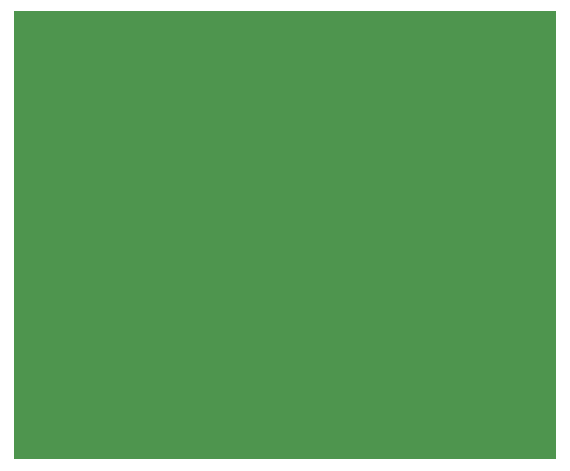
<source format=gbr>
G04 GERBER FILE EXPORTED BY LAYOUTEDITOR (HTTP://WWW.LAYOUTEDITOR.NET)*
%MOMM*%
%FSLAX46Y46*%
%INTop*%
%ADD010R,46.000000X38.000000*%
D010*
X15000000Y16000000D03*
M02*

</source>
